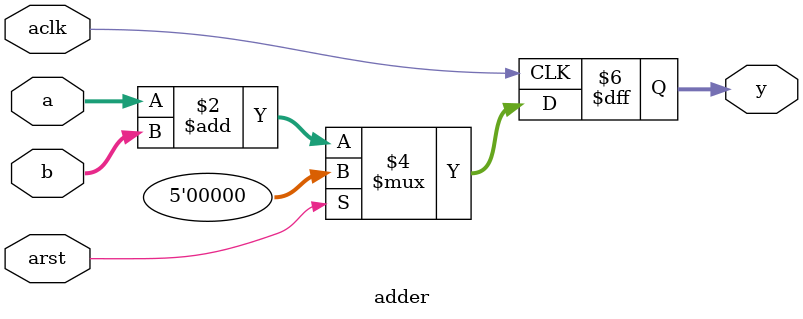
<source format=sv>

module adder( input logic aclk,arst,
              input logic[3:0] a,b,
              output logic[4:0] y);


 always_ff @(posedge aclk) begin:B1  //syn reset with clock
   
   if(arst) begin
   y <= 5'b0_0000;
   end
   
   else begin
   y <= a+b;
   end
   
 end:B1
  
endmodule:adder
//`end_keywords
</source>
